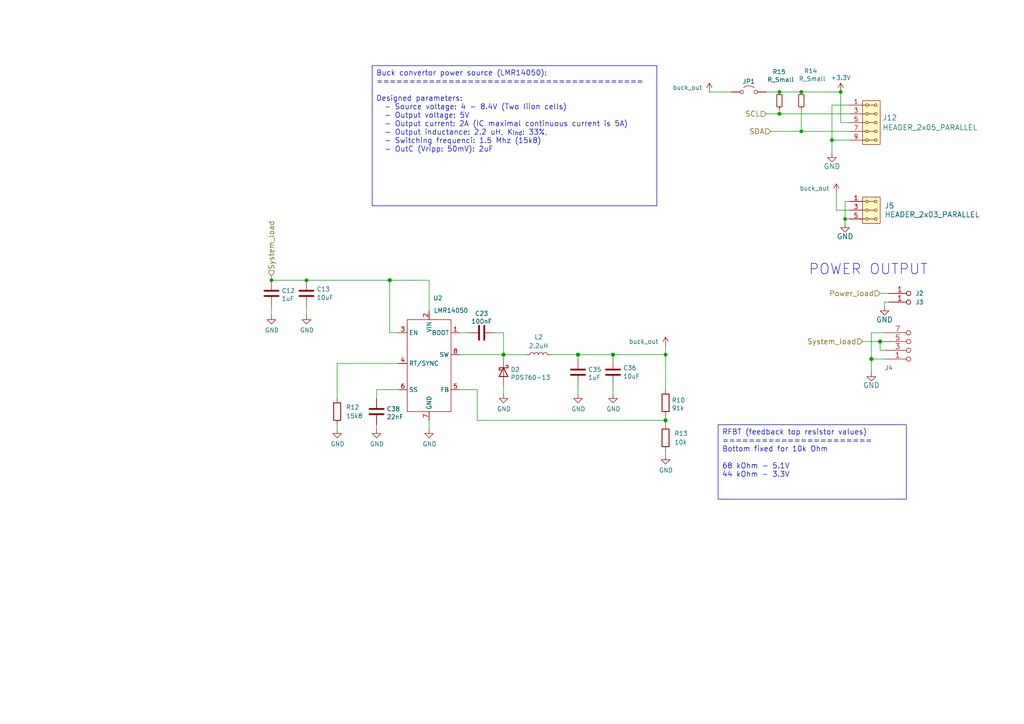
<source format=kicad_sch>
(kicad_sch (version 20231120) (generator "eeschema") (generator_version "8.0")
  (paper "A4")
  (title_block (rev "D"))
  (lib_symbols
    (symbol "Device:C" (pin_numbers hide) (pin_names (offset 0.254))
      (property "Reference" "C" (at 0.635 2.54 0))
      (property "Value" "C" (at 0.635 -2.54 0))
      (symbol "C_0_1"
        (polyline (pts (xy -2.032 -0.762) (xy 2.032 -0.762)) (stroke (width 0.508)))
        (polyline (pts (xy -2.032 0.762) (xy 2.032 0.762)) (stroke (width 0.508)))
      )
      (symbol "C_1_1"
        (pin passive line (at 0 3.81 270) (length 2.794) (name "~") (number "1"))
        (pin passive line (at 0 -3.81 90) (length 2.794) (name "~") (number "2"))
      )
    )
    (symbol "Device:D_Schottky" (pin_numbers hide) (pin_names (offset 1.016) hide)
      (property "Reference" "D" (at 0 2.54 0))
      (property "Value" "D_Schottky" (at 0 -2.54 0))
      (symbol "D_Schottky_0_1"
        (polyline (pts (xy 1.27 0) (xy -1.27 0)))
        (polyline (pts (xy 1.27 1.27) (xy 1.27 -1.27) (xy -1.27 0) (xy 1.27 1.27)) (stroke (width 0.254)))
        (polyline (pts (xy -1.905 0.635) (xy -1.905 1.27) (xy -1.27 1.27) (xy -1.27 -1.27) (xy -0.635 -1.27) (xy -0.635 -0.635)) (stroke (width 0.254)))
      )
      (symbol "D_Schottky_1_1"
        (pin passive line (at -3.81 0 0) (length 2.54) (name "K") (number "1"))
        (pin passive line (at 3.81 0 180) (length 2.54) (name "A") (number "2"))
      )
    )
    (symbol "Device:L" (pin_numbers hide) (pin_names (offset 1.016) hide)
      (property "Reference" "L" (at -1.27 0 90))
      (property "Value" "L" (at 1.905 0 90))
      (symbol "L_0_1"
        (arc (start 0 -2.54) (mid 0.6323 -1.905) (end 0 -1.27))
        (arc (start 0 -1.27) (mid 0.6323 -0.635) (end 0 0))
        (arc (start 0 0) (mid 0.6323 0.635) (end 0 1.27))
        (arc (start 0 1.27) (mid 0.6323 1.905) (end 0 2.54))
      )
      (symbol "L_1_1"
        (pin passive line (at 0 3.81 270) (length 1.27) (name "1") (number "1"))
        (pin passive line (at 0 -3.81 90) (length 1.27) (name "2") (number "2"))
      )
    )
    (symbol "Device:R" (pin_numbers hide) (pin_names (offset 0))
      (property "Reference" "R" (at 2.032 0 90))
      (property "Value" "R" (at 0 0 90))
      (symbol "R_0_1"
        (rectangle (start -1.016 -2.54) (end 1.016 2.54) (stroke (width 0.254)))
      )
      (symbol "R_1_1"
        (pin passive line (at 0 3.81 270) (length 1.27) (name "~") (number "1"))
        (pin passive line (at 0 -3.81 90) (length 1.27) (name "~") (number "2"))
      )
    )
    (symbol "Device:R_Small" (pin_numbers hide) (pin_names (offset 0.254) hide)
      (property "Reference" "R" (at 0.762 0.508 0))
      (property "Value" "R_Small" (at 0.762 -1.016 0))
      (symbol "R_Small_0_1"
        (rectangle (start -0.762 1.778) (end 0.762 -1.778) (stroke (width 0.2032)))
      )
      (symbol "R_Small_1_1"
        (pin passive line (at 0 2.54 270) (length 0.762) (name "~") (number "1"))
        (pin passive line (at 0 -2.54 90) (length 0.762) (name "~") (number "2"))
      )
    )
    (symbol "Jumper:Jumper_2_Open" (pin_numbers hide) (pin_names (offset 0) hide) (exclude_from_sim yes)
      (property "Reference" "JP" (at 0 2.794 0))
      (property "Value" "Jumper_2_Open" (at 0 -2.286 0))
      (symbol "Jumper_2_Open_0_0"
        (circle (center -2.032 0) (radius 0.508))
        (circle (center 2.032 0) (radius 0.508))
      )
      (symbol "Jumper_2_Open_0_1"
        (arc (start 1.524 1.27) (mid 0 1.778) (end -1.524 1.27))
      )
      (symbol "Jumper_2_Open_1_1"
        (pin passive line (at -5.08 0 0) (length 2.54) (name "A") (number "1"))
        (pin passive line (at 5.08 0 180) (length 2.54) (name "B") (number "2"))
      )
    )
    (symbol "LION2CELL01D-rescue:CONN1_1" (pin_names (offset 1.016) hide)
      (property "Reference" "J" (at 1.27 1.27 0))
      (property "Value" "CONN1_1" (at 2.54 -1.27 0))
      (symbol "CONN1_1_1_1"
        (pin passive inverted (at -7.62 1.27 0) (length 6.35) (name "P1") (number "1"))
      )
    )
    (symbol "LION2CELL01D-rescue:GND" (power) (pin_names (offset 0))
      (property "Value" "GND" (at 0 -3.81 0))
      (symbol "GND_0_1"
        (polyline (pts (xy 0 0) (xy 0 -1.27) (xy 1.27 -1.27) (xy 0 -2.54) (xy -1.27 -1.27) (xy 0 -1.27)))
      )
      (symbol "GND_1_1"
        (pin power_in line (at 0 0 270) (length 0) hide (name "GND") (number "1"))
      )
    )
    (symbol "LION2CELL01D-rescue:JUMP_4X2" (pin_names (offset 1.016) hide)
      (property "Reference" "J" (at -8.89 6.35 0))
      (property "Value" "JUMP_4X2" (at -1.27 0 90))
      (symbol "JUMP_4X2_1_1"
        (pin passive inverted (at -10.16 3.81 0) (length 7.62) (name "2") (number "1"))
        (pin passive inverted (at -10.16 3.81 0) (length 7.62) hide (name "2") (number "2"))
        (pin passive inverted (at -10.16 1.27 0) (length 7.62) (name "4") (number "3"))
        (pin passive inverted (at -10.16 1.27 0) (length 7.62) hide (name "4") (number "4"))
        (pin passive inverted (at -10.16 -1.27 0) (length 7.62) (name "5") (number "5"))
        (pin passive inverted (at -10.16 -1.27 0) (length 7.62) hide (name "5") (number "6"))
        (pin passive inverted (at -10.16 -3.81 0) (length 7.62) (name "8") (number "7"))
        (pin passive inverted (at -10.16 -3.81 0) (length 7.62) hide (name "8") (number "8"))
      )
    )
    (symbol "MLAB_HEADER:HEADER_2x03_PARALLEL" (pin_names (offset 1.016))
      (property "Reference" "J" (at 0 -5.08 0))
      (property "Value" "HEADER_2x03_PARALLEL" (at 0 5.08 0))
      (symbol "HEADER_2x03_PARALLEL_0_1"
        (rectangle (start -2.54 3.81) (end 2.54 -3.81) (fill (type background)))
        (circle (center -1.27 -2.54) (radius 0.381))
        (circle (center -1.27 0) (radius 0.381))
        (circle (center -1.27 2.54) (radius 0.381))
        (polyline (pts (xy -1.651 -2.54) (xy -2.54 -2.54)))
        (polyline (pts (xy -1.651 0) (xy -2.54 0)))
        (polyline (pts (xy -1.651 2.54) (xy -2.54 2.54)))
        (polyline (pts (xy -0.889 -2.54) (xy 0.889 -2.54)))
        (polyline (pts (xy -0.889 0) (xy 0.889 0)))
        (polyline (pts (xy -0.889 2.54) (xy 0.889 2.54)))
        (circle (center 1.27 -2.54) (radius 0.381))
        (circle (center 1.27 0) (radius 0.381))
        (circle (center 1.27 2.54) (radius 0.381))
      )
      (symbol "HEADER_2x03_PARALLEL_1_1"
        (pin input line (at -6.35 2.54 0) (length 3.81) (name "~") (number "1"))
        (pin input line (at -6.35 2.54 0) (length 3.81) hide (name "~") (number "2"))
        (pin input line (at -6.35 0 0) (length 3.81) (name "~") (number "3"))
        (pin input line (at -6.35 0 0) (length 3.81) hide (name "~") (number "4"))
        (pin input line (at -6.35 -2.54 0) (length 3.81) (name "~") (number "5"))
        (pin input line (at -6.35 -2.54 0) (length 3.81) hide (name "~") (number "6"))
      )
    )
    (symbol "MLAB_HEADER:HEADER_2x05_PARALLEL" (pin_names (offset 1.016))
      (property "Reference" "J" (at 0 -7.62 0))
      (property "Value" "HEADER_2x05_PARALLEL" (at 0 7.62 0))
      (symbol "HEADER_2x05_PARALLEL_0_1"
        (rectangle (start -2.54 6.35) (end 2.54 -6.35) (fill (type background)))
        (circle (center -1.27 -5.08) (radius 0.381))
        (circle (center -1.27 -2.54) (radius 0.381))
        (circle (center -1.27 0) (radius 0.381))
        (circle (center -1.27 2.54) (radius 0.381))
        (circle (center -1.27 5.08) (radius 0.381))
        (polyline (pts (xy -1.651 -5.08) (xy -2.54 -5.08)))
        (polyline (pts (xy -1.651 -2.54) (xy -2.54 -2.54)))
        (polyline (pts (xy -1.651 0) (xy -2.54 0)))
        (polyline (pts (xy -1.651 2.54) (xy -2.54 2.54)))
        (polyline (pts (xy -1.651 5.08) (xy -2.54 5.08)))
        (polyline (pts (xy -0.889 -5.08) (xy 0.889 -5.08)))
        (polyline (pts (xy -0.889 -2.54) (xy 0.889 -2.54)))
        (polyline (pts (xy -0.889 0) (xy 0.889 0)))
        (polyline (pts (xy -0.889 2.54) (xy 0.889 2.54)))
        (polyline (pts (xy -0.889 5.08) (xy 0.889 5.08)))
        (circle (center 1.27 -5.08) (radius 0.381))
        (circle (center 1.27 -2.54) (radius 0.381))
        (circle (center 1.27 0) (radius 0.381))
        (circle (center 1.27 2.54) (radius 0.381))
        (circle (center 1.27 5.08) (radius 0.381))
      )
      (symbol "HEADER_2x05_PARALLEL_1_1"
        (pin input line (at -6.35 5.08 0) (length 3.81) (name "~") (number "1"))
        (pin input line (at -6.35 -5.08 0) (length 3.81) hide (name "~") (number "10"))
        (pin input line (at -6.35 5.08 0) (length 3.81) hide (name "~") (number "2"))
        (pin input line (at -6.35 2.54 0) (length 3.81) (name "~") (number "3"))
        (pin input line (at -6.35 2.54 0) (length 3.81) hide (name "~") (number "4"))
        (pin input line (at -6.35 0 0) (length 3.81) (name "~") (number "5"))
        (pin input line (at -6.35 0 0) (length 3.81) hide (name "~") (number "6"))
        (pin input line (at -6.35 -2.54 0) (length 3.81) (name "~") (number "7"))
        (pin input line (at -6.35 -2.54 0) (length 3.81) hide (name "~") (number "8"))
        (pin input line (at -6.35 -5.08 0) (length 3.81) (name "~") (number "9"))
      )
    )
    (symbol "MLAB_IO:LMR14050"
      (property "Reference" "U" (at 0 0 0))
      (property "Value" "LMR14050" (at 0 -2.54 0))
      (symbol "LMR14050_0_1"
        (rectangle (start -6.35 15.24) (end 6.35 -11.43) (stroke (width 0.1524)))
      )
      (symbol "LMR14050_1_1"
        (pin unspecified line (at 8.89 11.43 180) (length 2.54) (name "BOOT") (number "1"))
        (pin unspecified line (at 0 17.78 270) (length 2.54) (name "VIN") (number "2"))
        (pin unspecified line (at -8.89 11.43 0) (length 2.54) (name "EN") (number "3"))
        (pin unspecified line (at -8.89 2.54 0) (length 2.54) (name "RT/SYNC") (number "4"))
        (pin unspecified line (at 8.89 -5.08 180) (length 2.54) (name "FB") (number "5"))
        (pin unspecified line (at -8.89 -5.08 0) (length 2.54) (name "SS") (number "6"))
        (pin unspecified line (at 0 -13.97 90) (length 2.54) (name "GND") (number "7"))
        (pin unspecified line (at 8.89 5.08 180) (length 2.54) (name "SW") (number "8"))
        (pin unspecified line (at 0 -13.97 90) (length 2.54) hide (name "GND") (number "9"))
      )
    )
    (symbol "power:+3.3V" (power) (pin_numbers hide) (pin_names (offset 0) hide)
      (property "Value" "+3.3V" (at 0 3.556 0))
      (symbol "+3.3V_0_1"
        (polyline (pts (xy -0.762 1.27) (xy 0 2.54)))
        (polyline (pts (xy 0 0) (xy 0 2.54)))
        (polyline (pts (xy 0 2.54) (xy 0.762 1.27)))
      )
      (symbol "+3.3V_1_1"
        (pin power_in line (at 0 0 90) (length 0) (name "~") (number "1"))
      )
    )
    (symbol "power:GND" (power) (pin_names (offset 0))
      (property "Value" "GND" (at 0 -3.81 0))
      (symbol "GND_0_1"
        (polyline (pts (xy 0 0) (xy 0 -1.27) (xy 1.27 -1.27) (xy 0 -2.54) (xy -1.27 -1.27) (xy 0 -1.27)))
      )
      (symbol "GND_1_1"
        (pin power_in line (at 0 0 270) (length 0) hide (name "GND") (number "1"))
      )
    )
  )
  (junction (at 146.05 102.87) (diameter 1.016))
  (junction (at 167.64 102.87) (diameter 1.016))
  (junction (at 243.84 26.67))
  (junction (at 226.06 26.67))
  (junction (at 193.04 121.92) (diameter 1.016))
  (junction (at 232.41 38.1))
  (junction (at 88.9 81.28))
  (junction (at 226.06 33.02))
  (junction (at 255.27 99.06) (diameter 1.016))
  (junction (at 78.74 81.28))
  (junction (at 245.11 63.5))
  (junction (at 193.04 102.87))
  (junction (at 241.3 40.64))
  (junction (at 113.03 81.28) (diameter 1.016))
  (junction (at 252.73 104.14) (diameter 1.016))
  (junction (at 232.41 26.67))
  (junction (at 177.8 102.87) (diameter 1.016))
  (wire (pts (xy 245.11 63.5) (xy 245.11 64.77)))
  (wire (pts (xy 193.04 120.65) (xy 193.04 121.92)))
  (wire (pts (xy 109.22 113.03) (xy 109.22 115.57)))
  (wire (pts (xy 146.05 96.52) (xy 146.05 102.87)))
  (wire (pts (xy 255.27 99.06) (xy 250.19 99.06)))
  (wire (pts (xy 124.46 81.28) (xy 113.03 81.28)))
  (wire (pts (xy 97.79 123.19) (xy 97.79 124.46)))
  (wire (pts (xy 138.43 113.03) (xy 138.43 121.92)))
  (wire (pts (xy 78.74 80.01) (xy 78.74 81.28)))
  (wire (pts (xy 226.06 33.02) (xy 246.38 33.02)))
  (wire (pts (xy 138.43 121.92) (xy 193.04 121.92)))
  (wire (pts (xy 242.57 60.96) (xy 246.38 60.96)))
  (wire (pts (xy 245.11 58.42) (xy 245.11 63.5)))
  (wire (pts (xy 133.35 96.52) (xy 135.89 96.52)))
  (wire (pts (xy 246.38 30.48) (xy 241.3 30.48)))
  (wire (pts (xy 167.64 102.87) (xy 177.8 102.87)))
  (wire (pts (xy 160.02 102.87) (xy 167.64 102.87)))
  (wire (pts (xy 255.27 101.6) (xy 255.27 99.06)))
  (wire (pts (xy 177.8 102.87) (xy 177.8 104.14)))
  (wire (pts (xy 146.05 111.76) (xy 146.05 114.3)))
  (wire (pts (xy 78.74 81.28) (xy 88.9 81.28)))
  (wire (pts (xy 252.73 104.14) (xy 252.73 107.95)))
  (wire (pts (xy 241.3 40.64) (xy 246.38 40.64)))
  (wire (pts (xy 242.57 55.88) (xy 242.57 60.96)))
  (wire (pts (xy 88.9 88.9) (xy 88.9 91.44)))
  (wire (pts (xy 138.43 113.03) (xy 133.35 113.03)))
  (wire (pts (xy 97.79 105.41) (xy 97.79 115.57)))
  (wire (pts (xy 257.81 85.09) (xy 255.27 85.09)))
  (wire (pts (xy 177.8 111.76) (xy 177.8 114.3)))
  (wire (pts (xy 256.54 96.52) (xy 252.73 96.52)))
  (wire (pts (xy 226.06 31.75) (xy 226.06 33.02)))
  (wire (pts (xy 205.74 26.67) (xy 212.09 26.67)))
  (wire (pts (xy 113.03 96.52) (xy 115.57 96.52)))
  (wire (pts (xy 256.54 101.6) (xy 255.27 101.6)))
  (wire (pts (xy 245.11 58.42) (xy 246.38 58.42)))
  (wire (pts (xy 223.52 38.1) (xy 232.41 38.1)))
  (wire (pts (xy 88.9 81.28) (xy 113.03 81.28)))
  (wire (pts (xy 109.22 123.19) (xy 109.22 124.46)))
  (wire (pts (xy 226.06 26.67) (xy 232.41 26.67)))
  (wire (pts (xy 113.03 96.52) (xy 113.03 81.28)))
  (wire (pts (xy 193.04 102.87) (xy 193.04 113.03)))
  (wire (pts (xy 222.25 33.02) (xy 226.06 33.02)))
  (wire (pts (xy 193.04 130.81) (xy 193.04 132.08)))
  (wire (pts (xy 167.64 102.87) (xy 167.64 104.14)))
  (wire (pts (xy 252.73 96.52) (xy 252.73 104.14)))
  (wire (pts (xy 243.84 35.56) (xy 243.84 26.67)))
  (wire (pts (xy 115.57 113.03) (xy 109.22 113.03)))
  (wire (pts (xy 124.46 121.92) (xy 124.46 124.46)))
  (wire (pts (xy 193.04 121.92) (xy 193.04 123.19)))
  (wire (pts (xy 256.54 104.14) (xy 252.73 104.14)))
  (wire (pts (xy 193.04 100.33) (xy 193.04 102.87)))
  (wire (pts (xy 177.8 102.87) (xy 193.04 102.87)))
  (wire (pts (xy 222.25 26.67) (xy 226.06 26.67)))
  (wire (pts (xy 146.05 102.87) (xy 146.05 104.14)))
  (wire (pts (xy 133.35 102.87) (xy 146.05 102.87)))
  (wire (pts (xy 257.81 87.63) (xy 256.54 87.63)))
  (wire (pts (xy 146.05 102.87) (xy 152.4 102.87)))
  (wire (pts (xy 246.38 63.5) (xy 245.11 63.5)))
  (wire (pts (xy 241.3 30.48) (xy 241.3 40.64)))
  (wire (pts (xy 232.41 26.67) (xy 243.84 26.67)))
  (wire (pts (xy 78.74 88.9) (xy 78.74 91.44)))
  (wire (pts (xy 256.54 99.06) (xy 255.27 99.06)))
  (wire (pts (xy 232.41 38.1) (xy 246.38 38.1)))
  (wire (pts (xy 143.51 96.52) (xy 146.05 96.52)))
  (wire (pts (xy 246.38 35.56) (xy 243.84 35.56)))
  (wire (pts (xy 256.54 87.63) (xy 256.54 88.9)))
  (wire (pts (xy 241.3 40.64) (xy 241.3 44.45)))
  (wire (pts (xy 167.64 111.76) (xy 167.64 114.3)))
  (wire (pts (xy 115.57 105.41) (xy 97.79 105.41)))
  (wire (pts (xy 232.41 31.75) (xy 232.41 38.1)))
  (wire (pts (xy 124.46 81.28) (xy 124.46 90.17)))
  (text_box "Buck convertor power source (LMR14050):\n=========================================\n\nDesigned parameters:\n  - Source voltage: 4 - 8.4V (Two liion cells)\n  - Output voltage: 5V\n  - Output current: 2A (IC maximal continuous current is 5A)\n  - Output inductance: 2.2 uH, K_{ind}: 33%, \n  - Switching frequenci: 1.5 Mhz (15k8)\n  - OutC (Vripp: 50mV): 2uF" (at 107.95 19.05 0) (size 82.55 40.64) (effects (font (size 1.524 1.524)) (justify left top)))
  (text_box "RFBT (feedback top resistor values)\n=======================\nBottom fixed for 10k Ohm\n\n68 kOhm - 5.1V\n44 kOhm - 3.3V" (at 208.28 123.19 0) (size 54.61 21.59) (effects (font (size 1.524 1.524)) (justify left top)))
  (text "POWER OUTPUT" (at 269.24 80.01 0) (effects (font (size 2.9972 2.9972)) (justify right bottom)))
  (hierarchical_label "System_load" (shape input) (at 78.74 80.01 90) (effects (font (size 1.524 1.524))))
  (hierarchical_label "System_load" (shape input) (at 250.19 99.06 180) (effects (font (size 1.524 1.524))))
  (hierarchical_label "SCL" (shape input) (at 222.25 33.02 180) (effects (font (size 1.524 1.524))))
  (hierarchical_label "SDA" (shape input) (at 223.52 38.1 180) (effects (font (size 1.524 1.524))))
  (hierarchical_label "Power_load" (shape input) (at 255.27 85.09 180) (effects (font (size 1.524 1.524))))
  (symbol (lib_id "LION2CELL01D-rescue:JUMP_4X2") (at 266.7 100.33 0) (mirror x) (unit 1)
    (property "Reference" "J4" (at 257.81 106.68 0))
    (property "Value" "JUMP_4X2" (effects (hide yes)))
    (property "Footprint" "Mlab_Pin_Headers:Straight_2x04" (effects (hide yes)))
  )
  (symbol (lib_id "Device:R_Small") (at 226.06 29.21 0) (unit 1)
    (property "Reference" "R15" (at 224.028 20.828 0) (effects (justify left)))
    (property "Value" "R_Small" (at 222.504 23.114 0) (effects (justify left)))
    (property "Description" "Resistor, small symbol" (effects (hide yes)))
  )
  (symbol (lib_id "LION2CELL01D-rescue:GND") (at 245.11 64.77 0) (unit 1)
    (property "Reference" "#PWR047" (effects (hide yes)))
    (property "Value" "GND" (at 245.11 68.58 0) (effects (font (size 1.524 1.524))))
  )
  (symbol (lib_id "LION2CELL01D-rescue:GND") (at 241.3 44.45 0) (unit 1)
    (property "Reference" "#PWR016" (effects (hide yes)))
    (property "Value" "GND" (at 241.3 48.26 0) (effects (font (size 1.524 1.524))))
  )
  (symbol (lib_id "Device:C") (at 78.74 85.09 0) (unit 1)
    (property "Reference" "C12" (at 81.6611 84.3291 0) (effects (justify left)))
    (property "Value" "1uF" (at 81.6611 86.6278 0) (effects (justify left)))
    (property "Footprint" "Capacitor_SMD:C_0805_2012Metric" (effects (hide yes)))
    (property "UST_ID" "5c70984712875079b91f8b6f" (effects (hide yes)))
  )
  (symbol (lib_id "power:+3.3V") (at 193.04 100.33 0) (unit 1)
    (property "Reference" "#PWR039" (effects (hide yes)))
    (property "Value" "buck_out" (at 182.372 99.06 0) (effects (justify left)))
    (property "Description" "Power symbol creates a global label with name \"+3.3V\"" (effects (hide yes)))
  )
  (symbol (lib_id "LION2CELL01D-rescue:CONN1_1") (at 265.43 86.36 0) (mirror x) (unit 1)
    (property "Reference" "J3" (at 266.7 87.63 0))
    (property "Value" "CONN1_1" (effects (hide yes)))
    (property "Footprint" "Mlab_CON:WAGO256" (effects (hide yes)))
  )
  (symbol (lib_id "MLAB_HEADER:HEADER_2x03_PARALLEL") (at 252.73 60.96 0) (unit 1)
    (property "Reference" "J5" (at 256.54 59.6899 0) (effects (font (size 1.524 1.524)) (justify left)))
    (property "Value" "HEADER_2x03_PARALLEL" (at 256.54 62.2299 0) (effects (font (size 1.524 1.524)) (justify left)))
    (property "Description" "2x03 2.54 mm pitch header, 2 pins next to each other are connected" (effects (hide yes)))
  )
  (symbol (lib_id "power:GND") (at 193.04 132.08 0) (unit 1)
    (property "Reference" "#PWR060" (effects (hide yes)))
    (property "Value" "GND" (at 193.1543 136.4044 0))
  )
  (symbol (lib_id "power:GND") (at 124.46 124.46 0) (unit 1)
    (property "Reference" "#PWR059" (effects (hide yes)))
    (property "Value" "GND" (at 124.5743 128.7844 0))
  )
  (symbol (lib_id "power:GND") (at 97.79 124.46 0) (unit 1)
    (property "Reference" "#PWR057" (effects (hide yes)))
    (property "Value" "GND" (at 97.9043 128.7844 0))
  )
  (symbol (lib_id "Device:C") (at 177.8 107.95 0) (unit 1)
    (property "Reference" "C36" (at 180.721 106.7378 0) (effects (justify left)))
    (property "Value" "10uF" (at 180.721 109.1621 0) (effects (justify left)))
    (property "Footprint" "Capacitor_SMD:C_0805_2012Metric" (effects (hide yes)))
    (property "UST_ID" "607c1245128750769ee58ca7" (effects (hide yes)))
  )
  (symbol (lib_id "Device:C") (at 88.9 85.09 0) (unit 1)
    (property "Reference" "C13" (at 91.821 83.8778 0) (effects (justify left)))
    (property "Value" "10uF" (at 91.821 86.3021 0) (effects (justify left)))
    (property "Footprint" "Capacitor_SMD:C_0805_2012Metric" (effects (hide yes)))
    (property "UST_ID" "607c1245128750769ee58ca7" (effects (hide yes)))
  )
  (symbol (lib_id "Device:C") (at 139.7 96.52 90) (unit 1)
    (property "Reference" "C23" (at 139.7 90.9278 90))
    (property "Value" "100nF" (at 139.7 93.2265 90))
    (property "Footprint" "Capacitor_SMD:C_0805_2012Metric" (effects (hide yes)))
    (property "UST_ID" "5c70984712875079b91f8b4c" (effects (hide yes)))
  )
  (symbol (lib_id "Device:D_Schottky") (at 146.05 107.95 270) (unit 1)
    (property "Reference" "D2" (at 148.0821 107.1891 90) (effects (justify left)))
    (property "Value" "PDS760-13" (at 148.0821 109.4878 90) (effects (justify left)))
    (property "Footprint" "Diode_SMD:D_PowerDI-5" (effects (hide yes)))
    (property "UST_ID" "6087aaaf128750769ee58fb7" (effects (hide yes)))
  )
  (symbol (lib_id "power:+3.3V") (at 243.84 26.67 0) (unit 1)
    (property "Reference" "#PWR02" (effects (hide yes)))
    (property "Value" "+3.3V" (at 243.84 22.5369 0))
    (property "Description" "Power symbol creates a global label with name \"+3.3V\"" (effects (hide yes)))
  )
  (symbol (lib_id "Device:L") (at 156.21 102.87 90) (unit 1)
    (property "Reference" "L2" (at 156.21 97.79 90))
    (property "Value" "2.2uH" (at 156.21 100.33 90))
    (property "Footprint" "Inductor_SMD:L_Wuerth_HCI-1050" (effects (hide yes)))
    (property "UST_ID" "6087af42128750769ee59060" (effects (hide yes)))
  )
  (symbol (lib_id "Device:C") (at 109.22 119.38 0) (unit 1)
    (property "Reference" "C38" (at 112.1411 118.6191 0) (effects (justify left)))
    (property "Value" "22nF" (at 112.1411 120.9178 0) (effects (justify left)))
    (property "Footprint" "Capacitor_SMD:C_0805_2012Metric" (effects (hide yes)))
    (property "UST_ID" "5c70984712875079b91f8b4a" (effects (hide yes)))
  )
  (symbol (lib_id "power:GND") (at 177.8 114.3 0) (unit 1)
    (property "Reference" "#PWR055" (effects (hide yes)))
    (property "Value" "GND" (at 177.9143 118.6244 0))
  )
  (symbol (lib_id "power:GND") (at 167.64 114.3 0) (unit 1)
    (property "Reference" "#PWR054" (effects (hide yes)))
    (property "Value" "GND" (at 167.7543 118.6244 0))
  )
  (symbol (lib_id "power:GND") (at 78.74 91.44 0) (unit 1)
    (property "Reference" "#PWR08" (effects (hide yes)))
    (property "Value" "GND" (at 78.8543 95.7644 0))
  )
  (symbol (lib_id "Jumper:Jumper_2_Open") (at 217.17 26.67 0) (unit 1) (exclude_from_sim yes)
    (property "Reference" "JP1" (at 217.17 23.622 0))
    (property "Value" "Jumper_2_Open" (effects (hide yes)))
    (property "Description" "Jumper, 2-pole, open" (effects (hide yes)))
  )
  (symbol (lib_id "LION2CELL01D-rescue:GND") (at 256.54 88.9 0) (mirror y) (unit 1)
    (property "Reference" "#PWR032" (effects (hide yes)))
    (property "Value" "GND" (at 256.54 92.71 0) (effects (font (size 1.524 1.524))))
  )
  (symbol (lib_id "MLAB_HEADER:HEADER_2x05_PARALLEL") (at 252.73 35.56 0) (unit 1)
    (property "Reference" "J12" (at 255.905 34.1435 0) (effects (font (size 1.524 1.524)) (justify left)))
    (property "Value" "HEADER_2x05_PARALLEL" (at 255.905 36.9764 0) (effects (font (size 1.524 1.524)) (justify left)))
    (property "Footprint" "Mlab_Pin_Headers:Straight_2x05" (effects (hide yes)))
    (property "Description" "2x05 2.54 mm pitch header, 2 pins next to each other are connected" (effects (hide yes)))
  )
  (symbol (lib_id "power:GND") (at 88.9 91.44 0) (unit 1)
    (property "Reference" "#PWR034" (effects (hide yes)))
    (property "Value" "GND" (at 89.0143 95.7644 0))
  )
  (symbol (lib_id "power:+3.3V") (at 205.74 26.67 0) (unit 1)
    (property "Reference" "#PWR023" (effects (hide yes)))
    (property "Value" "buck_out" (at 195.072 25.4 0) (effects (justify left)))
    (property "Description" "Power symbol creates a global label with name \"+3.3V\"" (effects (hide yes)))
  )
  (symbol (lib_id "LION2CELL01D-rescue:CONN1_1") (at 265.43 83.82 0) (mirror x) (unit 1)
    (property "Reference" "J2" (at 266.7 85.09 0))
    (property "Value" "CONN1_1" (effects (hide yes)))
    (property "Footprint" "Mlab_CON:WAGO256" (effects (hide yes)))
  )
  (symbol (lib_id "Device:C") (at 167.64 107.95 0) (unit 1)
    (property "Reference" "C35" (at 170.5611 107.1891 0) (effects (justify left)))
    (property "Value" "1uF" (at 170.5611 109.4878 0) (effects (justify left)))
    (property "Footprint" "Capacitor_SMD:C_0805_2012Metric" (effects (hide yes)))
    (property "UST_ID" "5c70984712875079b91f8b6f" (effects (hide yes)))
  )
  (symbol (lib_id "Device:R_Small") (at 232.41 29.21 0) (unit 1)
    (property "Reference" "R14" (at 233.172 20.574 0) (effects (justify left)))
    (property "Value" "R_Small" (at 231.648 22.86 0) (effects (justify left)))
    (property "Description" "Resistor, small symbol" (effects (hide yes)))
  )
  (symbol (lib_id "LION2CELL01D-rescue:GND") (at 252.73 107.95 0) (mirror y) (unit 1)
    (property "Reference" "#PWR033" (effects (hide yes)))
    (property "Value" "GND" (at 252.73 111.76 0) (effects (font (size 1.524 1.524))))
  )
  (symbol (lib_id "Device:R") (at 193.04 127 0) (unit 1)
    (property "Reference" "R13" (at 195.58 125.7299 0) (effects (justify left)))
    (property "Value" "10k" (at 195.58 128.2699 0) (effects (justify left)))
    (property "Footprint" "Resistor_SMD:R_0805_2012Metric" (effects (hide yes)))
  )
  (symbol (lib_id "power:GND") (at 109.22 124.46 0) (unit 1)
    (property "Reference" "#PWR058" (effects (hide yes)))
    (property "Value" "GND" (at 109.3343 128.7844 0))
  )
  (symbol (lib_id "MLAB_IO:LMR14050") (at 124.46 107.95 0) (unit 1)
    (property "Reference" "U2" (at 127 86.4828 0))
    (property "Value" "LMR14050" (at 130.81 90.0515 0))
    (property "Footprint" "Package_SO:SOIC-8-1EP_3.9x4.9mm_P1.27mm_EP2.41x3.3mm_ThermalVias" (effects (hide yes)))
    (property "Datasheet" "https://www.ti.com/lit/ds/symlink/lmr14050.pdf" (effects (hide yes)))
    (property "UST_ID" "6087b6ba128750769ee59110" (effects (hide yes)))
  )
  (symbol (lib_id "Device:R") (at 193.04 116.84 0) (unit 1)
    (property "Reference" "R10" (at 194.8181 116.0791 0) (effects (justify left)))
    (property "Value" "91k" (at 194.8181 118.3778 0) (effects (justify left)))
    (property "Footprint" "Resistor_SMD:R_0805_2012Metric" (effects (hide yes)))
    (property "UST_ID" "5c70984712875079b91f8a95" (effects (hide yes)))
  )
  (symbol (lib_id "Device:R") (at 97.79 119.38 0) (unit 1)
    (property "Reference" "R12" (at 100.33 118.1099 0) (effects (justify left)))
    (property "Value" "15k8" (at 100.33 120.6499 0) (effects (justify left)))
    (property "Footprint" "Resistor_SMD:R_0805_2012Metric" (effects (hide yes)))
    (property "UST_ID" "6087b414128750769ee590a1" (effects (hide yes)))
  )
  (symbol (lib_id "power:GND") (at 146.05 114.3 0) (unit 1)
    (property "Reference" "#PWR053" (effects (hide yes)))
    (property "Value" "GND" (at 146.1643 118.6244 0))
  )
  (symbol (lib_id "power:+3.3V") (at 242.57 55.88 0) (unit 1)
    (property "Reference" "#PWR041" (effects (hide yes)))
    (property "Value" "buck_out" (at 231.902 54.61 0) (effects (justify left)))
    (property "Description" "Power symbol creates a global label with name \"+3.3V\"" (effects (hide yes)))
  )
)
</source>
